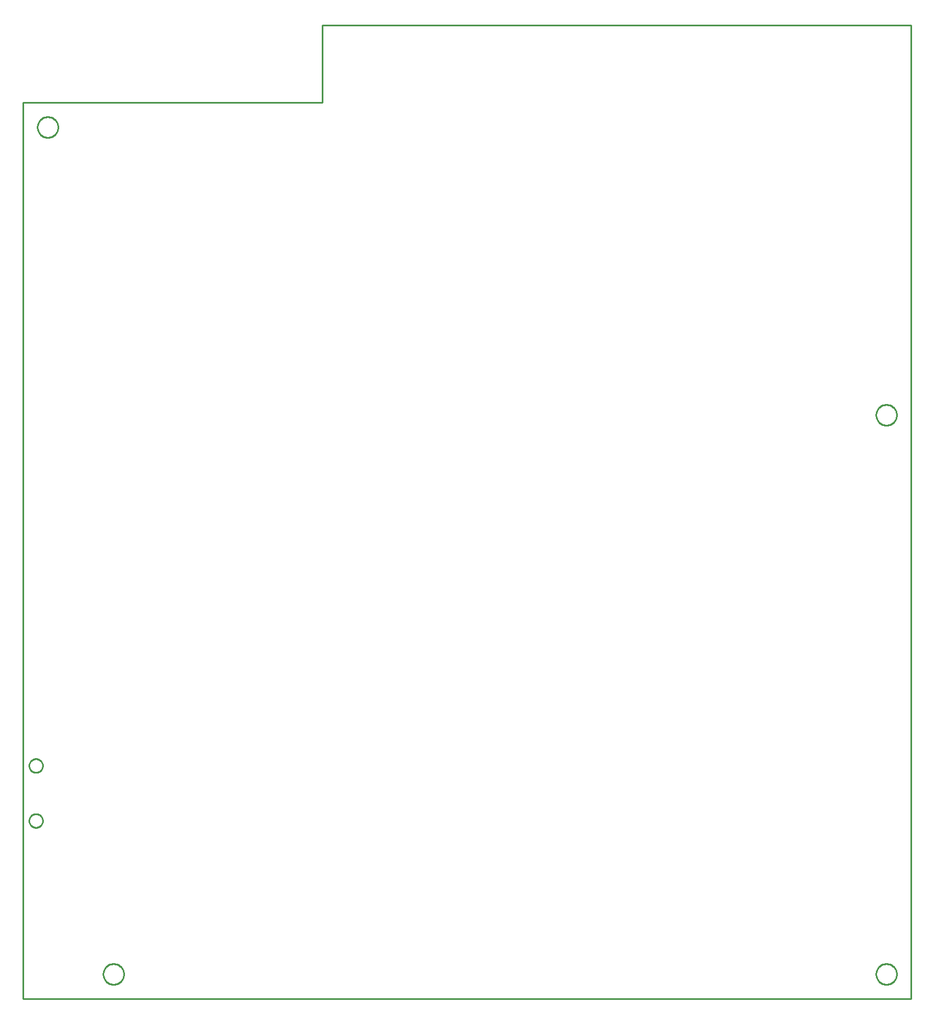
<source format=gko>
G04 EAGLE Gerber RS-274X export*
G75*
%MOMM*%
%FSLAX34Y34*%
%LPD*%
%INBoard Outline*%
%IPPOS*%
%AMOC8*
5,1,8,0,0,1.08239X$1,22.5*%
G01*
%ADD10C,0.000000*%
%ADD11C,0.254000*%


D10*
X139700Y-584200D02*
X1511300Y-584200D01*
X1511300Y919480D01*
X601980Y919480D01*
X601980Y800100D01*
X139700Y800100D01*
X139700Y-584200D01*
X1457325Y-546100D02*
X1457330Y-545710D01*
X1457344Y-545321D01*
X1457368Y-544932D01*
X1457401Y-544544D01*
X1457444Y-544157D01*
X1457497Y-543771D01*
X1457559Y-543386D01*
X1457630Y-543003D01*
X1457711Y-542622D01*
X1457801Y-542243D01*
X1457900Y-541866D01*
X1458009Y-541492D01*
X1458126Y-541120D01*
X1458253Y-540752D01*
X1458389Y-540387D01*
X1458533Y-540025D01*
X1458687Y-539667D01*
X1458849Y-539313D01*
X1459020Y-538962D01*
X1459199Y-538617D01*
X1459387Y-538275D01*
X1459584Y-537939D01*
X1459788Y-537607D01*
X1460000Y-537280D01*
X1460221Y-536959D01*
X1460449Y-536643D01*
X1460685Y-536333D01*
X1460928Y-536029D01*
X1461179Y-535731D01*
X1461437Y-535439D01*
X1461703Y-535154D01*
X1461975Y-534875D01*
X1462254Y-534603D01*
X1462539Y-534337D01*
X1462831Y-534079D01*
X1463129Y-533828D01*
X1463433Y-533585D01*
X1463743Y-533349D01*
X1464059Y-533121D01*
X1464380Y-532900D01*
X1464707Y-532688D01*
X1465039Y-532484D01*
X1465375Y-532287D01*
X1465717Y-532099D01*
X1466062Y-531920D01*
X1466413Y-531749D01*
X1466767Y-531587D01*
X1467125Y-531433D01*
X1467487Y-531289D01*
X1467852Y-531153D01*
X1468220Y-531026D01*
X1468592Y-530909D01*
X1468966Y-530800D01*
X1469343Y-530701D01*
X1469722Y-530611D01*
X1470103Y-530530D01*
X1470486Y-530459D01*
X1470871Y-530397D01*
X1471257Y-530344D01*
X1471644Y-530301D01*
X1472032Y-530268D01*
X1472421Y-530244D01*
X1472810Y-530230D01*
X1473200Y-530225D01*
X1473590Y-530230D01*
X1473979Y-530244D01*
X1474368Y-530268D01*
X1474756Y-530301D01*
X1475143Y-530344D01*
X1475529Y-530397D01*
X1475914Y-530459D01*
X1476297Y-530530D01*
X1476678Y-530611D01*
X1477057Y-530701D01*
X1477434Y-530800D01*
X1477808Y-530909D01*
X1478180Y-531026D01*
X1478548Y-531153D01*
X1478913Y-531289D01*
X1479275Y-531433D01*
X1479633Y-531587D01*
X1479987Y-531749D01*
X1480338Y-531920D01*
X1480683Y-532099D01*
X1481025Y-532287D01*
X1481361Y-532484D01*
X1481693Y-532688D01*
X1482020Y-532900D01*
X1482341Y-533121D01*
X1482657Y-533349D01*
X1482967Y-533585D01*
X1483271Y-533828D01*
X1483569Y-534079D01*
X1483861Y-534337D01*
X1484146Y-534603D01*
X1484425Y-534875D01*
X1484697Y-535154D01*
X1484963Y-535439D01*
X1485221Y-535731D01*
X1485472Y-536029D01*
X1485715Y-536333D01*
X1485951Y-536643D01*
X1486179Y-536959D01*
X1486400Y-537280D01*
X1486612Y-537607D01*
X1486816Y-537939D01*
X1487013Y-538275D01*
X1487201Y-538617D01*
X1487380Y-538962D01*
X1487551Y-539313D01*
X1487713Y-539667D01*
X1487867Y-540025D01*
X1488011Y-540387D01*
X1488147Y-540752D01*
X1488274Y-541120D01*
X1488391Y-541492D01*
X1488500Y-541866D01*
X1488599Y-542243D01*
X1488689Y-542622D01*
X1488770Y-543003D01*
X1488841Y-543386D01*
X1488903Y-543771D01*
X1488956Y-544157D01*
X1488999Y-544544D01*
X1489032Y-544932D01*
X1489056Y-545321D01*
X1489070Y-545710D01*
X1489075Y-546100D01*
X1489070Y-546490D01*
X1489056Y-546879D01*
X1489032Y-547268D01*
X1488999Y-547656D01*
X1488956Y-548043D01*
X1488903Y-548429D01*
X1488841Y-548814D01*
X1488770Y-549197D01*
X1488689Y-549578D01*
X1488599Y-549957D01*
X1488500Y-550334D01*
X1488391Y-550708D01*
X1488274Y-551080D01*
X1488147Y-551448D01*
X1488011Y-551813D01*
X1487867Y-552175D01*
X1487713Y-552533D01*
X1487551Y-552887D01*
X1487380Y-553238D01*
X1487201Y-553583D01*
X1487013Y-553925D01*
X1486816Y-554261D01*
X1486612Y-554593D01*
X1486400Y-554920D01*
X1486179Y-555241D01*
X1485951Y-555557D01*
X1485715Y-555867D01*
X1485472Y-556171D01*
X1485221Y-556469D01*
X1484963Y-556761D01*
X1484697Y-557046D01*
X1484425Y-557325D01*
X1484146Y-557597D01*
X1483861Y-557863D01*
X1483569Y-558121D01*
X1483271Y-558372D01*
X1482967Y-558615D01*
X1482657Y-558851D01*
X1482341Y-559079D01*
X1482020Y-559300D01*
X1481693Y-559512D01*
X1481361Y-559716D01*
X1481025Y-559913D01*
X1480683Y-560101D01*
X1480338Y-560280D01*
X1479987Y-560451D01*
X1479633Y-560613D01*
X1479275Y-560767D01*
X1478913Y-560911D01*
X1478548Y-561047D01*
X1478180Y-561174D01*
X1477808Y-561291D01*
X1477434Y-561400D01*
X1477057Y-561499D01*
X1476678Y-561589D01*
X1476297Y-561670D01*
X1475914Y-561741D01*
X1475529Y-561803D01*
X1475143Y-561856D01*
X1474756Y-561899D01*
X1474368Y-561932D01*
X1473979Y-561956D01*
X1473590Y-561970D01*
X1473200Y-561975D01*
X1472810Y-561970D01*
X1472421Y-561956D01*
X1472032Y-561932D01*
X1471644Y-561899D01*
X1471257Y-561856D01*
X1470871Y-561803D01*
X1470486Y-561741D01*
X1470103Y-561670D01*
X1469722Y-561589D01*
X1469343Y-561499D01*
X1468966Y-561400D01*
X1468592Y-561291D01*
X1468220Y-561174D01*
X1467852Y-561047D01*
X1467487Y-560911D01*
X1467125Y-560767D01*
X1466767Y-560613D01*
X1466413Y-560451D01*
X1466062Y-560280D01*
X1465717Y-560101D01*
X1465375Y-559913D01*
X1465039Y-559716D01*
X1464707Y-559512D01*
X1464380Y-559300D01*
X1464059Y-559079D01*
X1463743Y-558851D01*
X1463433Y-558615D01*
X1463129Y-558372D01*
X1462831Y-558121D01*
X1462539Y-557863D01*
X1462254Y-557597D01*
X1461975Y-557325D01*
X1461703Y-557046D01*
X1461437Y-556761D01*
X1461179Y-556469D01*
X1460928Y-556171D01*
X1460685Y-555867D01*
X1460449Y-555557D01*
X1460221Y-555241D01*
X1460000Y-554920D01*
X1459788Y-554593D01*
X1459584Y-554261D01*
X1459387Y-553925D01*
X1459199Y-553583D01*
X1459020Y-553238D01*
X1458849Y-552887D01*
X1458687Y-552533D01*
X1458533Y-552175D01*
X1458389Y-551813D01*
X1458253Y-551448D01*
X1458126Y-551080D01*
X1458009Y-550708D01*
X1457900Y-550334D01*
X1457801Y-549957D01*
X1457711Y-549578D01*
X1457630Y-549197D01*
X1457559Y-548814D01*
X1457497Y-548429D01*
X1457444Y-548043D01*
X1457401Y-547656D01*
X1457368Y-547268D01*
X1457344Y-546879D01*
X1457330Y-546490D01*
X1457325Y-546100D01*
X1457325Y317500D02*
X1457330Y317890D01*
X1457344Y318279D01*
X1457368Y318668D01*
X1457401Y319056D01*
X1457444Y319443D01*
X1457497Y319829D01*
X1457559Y320214D01*
X1457630Y320597D01*
X1457711Y320978D01*
X1457801Y321357D01*
X1457900Y321734D01*
X1458009Y322108D01*
X1458126Y322480D01*
X1458253Y322848D01*
X1458389Y323213D01*
X1458533Y323575D01*
X1458687Y323933D01*
X1458849Y324287D01*
X1459020Y324638D01*
X1459199Y324983D01*
X1459387Y325325D01*
X1459584Y325661D01*
X1459788Y325993D01*
X1460000Y326320D01*
X1460221Y326641D01*
X1460449Y326957D01*
X1460685Y327267D01*
X1460928Y327571D01*
X1461179Y327869D01*
X1461437Y328161D01*
X1461703Y328446D01*
X1461975Y328725D01*
X1462254Y328997D01*
X1462539Y329263D01*
X1462831Y329521D01*
X1463129Y329772D01*
X1463433Y330015D01*
X1463743Y330251D01*
X1464059Y330479D01*
X1464380Y330700D01*
X1464707Y330912D01*
X1465039Y331116D01*
X1465375Y331313D01*
X1465717Y331501D01*
X1466062Y331680D01*
X1466413Y331851D01*
X1466767Y332013D01*
X1467125Y332167D01*
X1467487Y332311D01*
X1467852Y332447D01*
X1468220Y332574D01*
X1468592Y332691D01*
X1468966Y332800D01*
X1469343Y332899D01*
X1469722Y332989D01*
X1470103Y333070D01*
X1470486Y333141D01*
X1470871Y333203D01*
X1471257Y333256D01*
X1471644Y333299D01*
X1472032Y333332D01*
X1472421Y333356D01*
X1472810Y333370D01*
X1473200Y333375D01*
X1473590Y333370D01*
X1473979Y333356D01*
X1474368Y333332D01*
X1474756Y333299D01*
X1475143Y333256D01*
X1475529Y333203D01*
X1475914Y333141D01*
X1476297Y333070D01*
X1476678Y332989D01*
X1477057Y332899D01*
X1477434Y332800D01*
X1477808Y332691D01*
X1478180Y332574D01*
X1478548Y332447D01*
X1478913Y332311D01*
X1479275Y332167D01*
X1479633Y332013D01*
X1479987Y331851D01*
X1480338Y331680D01*
X1480683Y331501D01*
X1481025Y331313D01*
X1481361Y331116D01*
X1481693Y330912D01*
X1482020Y330700D01*
X1482341Y330479D01*
X1482657Y330251D01*
X1482967Y330015D01*
X1483271Y329772D01*
X1483569Y329521D01*
X1483861Y329263D01*
X1484146Y328997D01*
X1484425Y328725D01*
X1484697Y328446D01*
X1484963Y328161D01*
X1485221Y327869D01*
X1485472Y327571D01*
X1485715Y327267D01*
X1485951Y326957D01*
X1486179Y326641D01*
X1486400Y326320D01*
X1486612Y325993D01*
X1486816Y325661D01*
X1487013Y325325D01*
X1487201Y324983D01*
X1487380Y324638D01*
X1487551Y324287D01*
X1487713Y323933D01*
X1487867Y323575D01*
X1488011Y323213D01*
X1488147Y322848D01*
X1488274Y322480D01*
X1488391Y322108D01*
X1488500Y321734D01*
X1488599Y321357D01*
X1488689Y320978D01*
X1488770Y320597D01*
X1488841Y320214D01*
X1488903Y319829D01*
X1488956Y319443D01*
X1488999Y319056D01*
X1489032Y318668D01*
X1489056Y318279D01*
X1489070Y317890D01*
X1489075Y317500D01*
X1489070Y317110D01*
X1489056Y316721D01*
X1489032Y316332D01*
X1488999Y315944D01*
X1488956Y315557D01*
X1488903Y315171D01*
X1488841Y314786D01*
X1488770Y314403D01*
X1488689Y314022D01*
X1488599Y313643D01*
X1488500Y313266D01*
X1488391Y312892D01*
X1488274Y312520D01*
X1488147Y312152D01*
X1488011Y311787D01*
X1487867Y311425D01*
X1487713Y311067D01*
X1487551Y310713D01*
X1487380Y310362D01*
X1487201Y310017D01*
X1487013Y309675D01*
X1486816Y309339D01*
X1486612Y309007D01*
X1486400Y308680D01*
X1486179Y308359D01*
X1485951Y308043D01*
X1485715Y307733D01*
X1485472Y307429D01*
X1485221Y307131D01*
X1484963Y306839D01*
X1484697Y306554D01*
X1484425Y306275D01*
X1484146Y306003D01*
X1483861Y305737D01*
X1483569Y305479D01*
X1483271Y305228D01*
X1482967Y304985D01*
X1482657Y304749D01*
X1482341Y304521D01*
X1482020Y304300D01*
X1481693Y304088D01*
X1481361Y303884D01*
X1481025Y303687D01*
X1480683Y303499D01*
X1480338Y303320D01*
X1479987Y303149D01*
X1479633Y302987D01*
X1479275Y302833D01*
X1478913Y302689D01*
X1478548Y302553D01*
X1478180Y302426D01*
X1477808Y302309D01*
X1477434Y302200D01*
X1477057Y302101D01*
X1476678Y302011D01*
X1476297Y301930D01*
X1475914Y301859D01*
X1475529Y301797D01*
X1475143Y301744D01*
X1474756Y301701D01*
X1474368Y301668D01*
X1473979Y301644D01*
X1473590Y301630D01*
X1473200Y301625D01*
X1472810Y301630D01*
X1472421Y301644D01*
X1472032Y301668D01*
X1471644Y301701D01*
X1471257Y301744D01*
X1470871Y301797D01*
X1470486Y301859D01*
X1470103Y301930D01*
X1469722Y302011D01*
X1469343Y302101D01*
X1468966Y302200D01*
X1468592Y302309D01*
X1468220Y302426D01*
X1467852Y302553D01*
X1467487Y302689D01*
X1467125Y302833D01*
X1466767Y302987D01*
X1466413Y303149D01*
X1466062Y303320D01*
X1465717Y303499D01*
X1465375Y303687D01*
X1465039Y303884D01*
X1464707Y304088D01*
X1464380Y304300D01*
X1464059Y304521D01*
X1463743Y304749D01*
X1463433Y304985D01*
X1463129Y305228D01*
X1462831Y305479D01*
X1462539Y305737D01*
X1462254Y306003D01*
X1461975Y306275D01*
X1461703Y306554D01*
X1461437Y306839D01*
X1461179Y307131D01*
X1460928Y307429D01*
X1460685Y307733D01*
X1460449Y308043D01*
X1460221Y308359D01*
X1460000Y308680D01*
X1459788Y309007D01*
X1459584Y309339D01*
X1459387Y309675D01*
X1459199Y310017D01*
X1459020Y310362D01*
X1458849Y310713D01*
X1458687Y311067D01*
X1458533Y311425D01*
X1458389Y311787D01*
X1458253Y312152D01*
X1458126Y312520D01*
X1458009Y312892D01*
X1457900Y313266D01*
X1457801Y313643D01*
X1457711Y314022D01*
X1457630Y314403D01*
X1457559Y314786D01*
X1457497Y315171D01*
X1457444Y315557D01*
X1457401Y315944D01*
X1457368Y316332D01*
X1457344Y316721D01*
X1457330Y317110D01*
X1457325Y317500D01*
X263525Y-546100D02*
X263530Y-545710D01*
X263544Y-545321D01*
X263568Y-544932D01*
X263601Y-544544D01*
X263644Y-544157D01*
X263697Y-543771D01*
X263759Y-543386D01*
X263830Y-543003D01*
X263911Y-542622D01*
X264001Y-542243D01*
X264100Y-541866D01*
X264209Y-541492D01*
X264326Y-541120D01*
X264453Y-540752D01*
X264589Y-540387D01*
X264733Y-540025D01*
X264887Y-539667D01*
X265049Y-539313D01*
X265220Y-538962D01*
X265399Y-538617D01*
X265587Y-538275D01*
X265784Y-537939D01*
X265988Y-537607D01*
X266200Y-537280D01*
X266421Y-536959D01*
X266649Y-536643D01*
X266885Y-536333D01*
X267128Y-536029D01*
X267379Y-535731D01*
X267637Y-535439D01*
X267903Y-535154D01*
X268175Y-534875D01*
X268454Y-534603D01*
X268739Y-534337D01*
X269031Y-534079D01*
X269329Y-533828D01*
X269633Y-533585D01*
X269943Y-533349D01*
X270259Y-533121D01*
X270580Y-532900D01*
X270907Y-532688D01*
X271239Y-532484D01*
X271575Y-532287D01*
X271917Y-532099D01*
X272262Y-531920D01*
X272613Y-531749D01*
X272967Y-531587D01*
X273325Y-531433D01*
X273687Y-531289D01*
X274052Y-531153D01*
X274420Y-531026D01*
X274792Y-530909D01*
X275166Y-530800D01*
X275543Y-530701D01*
X275922Y-530611D01*
X276303Y-530530D01*
X276686Y-530459D01*
X277071Y-530397D01*
X277457Y-530344D01*
X277844Y-530301D01*
X278232Y-530268D01*
X278621Y-530244D01*
X279010Y-530230D01*
X279400Y-530225D01*
X279790Y-530230D01*
X280179Y-530244D01*
X280568Y-530268D01*
X280956Y-530301D01*
X281343Y-530344D01*
X281729Y-530397D01*
X282114Y-530459D01*
X282497Y-530530D01*
X282878Y-530611D01*
X283257Y-530701D01*
X283634Y-530800D01*
X284008Y-530909D01*
X284380Y-531026D01*
X284748Y-531153D01*
X285113Y-531289D01*
X285475Y-531433D01*
X285833Y-531587D01*
X286187Y-531749D01*
X286538Y-531920D01*
X286883Y-532099D01*
X287225Y-532287D01*
X287561Y-532484D01*
X287893Y-532688D01*
X288220Y-532900D01*
X288541Y-533121D01*
X288857Y-533349D01*
X289167Y-533585D01*
X289471Y-533828D01*
X289769Y-534079D01*
X290061Y-534337D01*
X290346Y-534603D01*
X290625Y-534875D01*
X290897Y-535154D01*
X291163Y-535439D01*
X291421Y-535731D01*
X291672Y-536029D01*
X291915Y-536333D01*
X292151Y-536643D01*
X292379Y-536959D01*
X292600Y-537280D01*
X292812Y-537607D01*
X293016Y-537939D01*
X293213Y-538275D01*
X293401Y-538617D01*
X293580Y-538962D01*
X293751Y-539313D01*
X293913Y-539667D01*
X294067Y-540025D01*
X294211Y-540387D01*
X294347Y-540752D01*
X294474Y-541120D01*
X294591Y-541492D01*
X294700Y-541866D01*
X294799Y-542243D01*
X294889Y-542622D01*
X294970Y-543003D01*
X295041Y-543386D01*
X295103Y-543771D01*
X295156Y-544157D01*
X295199Y-544544D01*
X295232Y-544932D01*
X295256Y-545321D01*
X295270Y-545710D01*
X295275Y-546100D01*
X295270Y-546490D01*
X295256Y-546879D01*
X295232Y-547268D01*
X295199Y-547656D01*
X295156Y-548043D01*
X295103Y-548429D01*
X295041Y-548814D01*
X294970Y-549197D01*
X294889Y-549578D01*
X294799Y-549957D01*
X294700Y-550334D01*
X294591Y-550708D01*
X294474Y-551080D01*
X294347Y-551448D01*
X294211Y-551813D01*
X294067Y-552175D01*
X293913Y-552533D01*
X293751Y-552887D01*
X293580Y-553238D01*
X293401Y-553583D01*
X293213Y-553925D01*
X293016Y-554261D01*
X292812Y-554593D01*
X292600Y-554920D01*
X292379Y-555241D01*
X292151Y-555557D01*
X291915Y-555867D01*
X291672Y-556171D01*
X291421Y-556469D01*
X291163Y-556761D01*
X290897Y-557046D01*
X290625Y-557325D01*
X290346Y-557597D01*
X290061Y-557863D01*
X289769Y-558121D01*
X289471Y-558372D01*
X289167Y-558615D01*
X288857Y-558851D01*
X288541Y-559079D01*
X288220Y-559300D01*
X287893Y-559512D01*
X287561Y-559716D01*
X287225Y-559913D01*
X286883Y-560101D01*
X286538Y-560280D01*
X286187Y-560451D01*
X285833Y-560613D01*
X285475Y-560767D01*
X285113Y-560911D01*
X284748Y-561047D01*
X284380Y-561174D01*
X284008Y-561291D01*
X283634Y-561400D01*
X283257Y-561499D01*
X282878Y-561589D01*
X282497Y-561670D01*
X282114Y-561741D01*
X281729Y-561803D01*
X281343Y-561856D01*
X280956Y-561899D01*
X280568Y-561932D01*
X280179Y-561956D01*
X279790Y-561970D01*
X279400Y-561975D01*
X279010Y-561970D01*
X278621Y-561956D01*
X278232Y-561932D01*
X277844Y-561899D01*
X277457Y-561856D01*
X277071Y-561803D01*
X276686Y-561741D01*
X276303Y-561670D01*
X275922Y-561589D01*
X275543Y-561499D01*
X275166Y-561400D01*
X274792Y-561291D01*
X274420Y-561174D01*
X274052Y-561047D01*
X273687Y-560911D01*
X273325Y-560767D01*
X272967Y-560613D01*
X272613Y-560451D01*
X272262Y-560280D01*
X271917Y-560101D01*
X271575Y-559913D01*
X271239Y-559716D01*
X270907Y-559512D01*
X270580Y-559300D01*
X270259Y-559079D01*
X269943Y-558851D01*
X269633Y-558615D01*
X269329Y-558372D01*
X269031Y-558121D01*
X268739Y-557863D01*
X268454Y-557597D01*
X268175Y-557325D01*
X267903Y-557046D01*
X267637Y-556761D01*
X267379Y-556469D01*
X267128Y-556171D01*
X266885Y-555867D01*
X266649Y-555557D01*
X266421Y-555241D01*
X266200Y-554920D01*
X265988Y-554593D01*
X265784Y-554261D01*
X265587Y-553925D01*
X265399Y-553583D01*
X265220Y-553238D01*
X265049Y-552887D01*
X264887Y-552533D01*
X264733Y-552175D01*
X264589Y-551813D01*
X264453Y-551448D01*
X264326Y-551080D01*
X264209Y-550708D01*
X264100Y-550334D01*
X264001Y-549957D01*
X263911Y-549578D01*
X263830Y-549197D01*
X263759Y-548814D01*
X263697Y-548429D01*
X263644Y-548043D01*
X263601Y-547656D01*
X263568Y-547268D01*
X263544Y-546879D01*
X263530Y-546490D01*
X263525Y-546100D01*
X161925Y762000D02*
X161930Y762390D01*
X161944Y762779D01*
X161968Y763168D01*
X162001Y763556D01*
X162044Y763943D01*
X162097Y764329D01*
X162159Y764714D01*
X162230Y765097D01*
X162311Y765478D01*
X162401Y765857D01*
X162500Y766234D01*
X162609Y766608D01*
X162726Y766980D01*
X162853Y767348D01*
X162989Y767713D01*
X163133Y768075D01*
X163287Y768433D01*
X163449Y768787D01*
X163620Y769138D01*
X163799Y769483D01*
X163987Y769825D01*
X164184Y770161D01*
X164388Y770493D01*
X164600Y770820D01*
X164821Y771141D01*
X165049Y771457D01*
X165285Y771767D01*
X165528Y772071D01*
X165779Y772369D01*
X166037Y772661D01*
X166303Y772946D01*
X166575Y773225D01*
X166854Y773497D01*
X167139Y773763D01*
X167431Y774021D01*
X167729Y774272D01*
X168033Y774515D01*
X168343Y774751D01*
X168659Y774979D01*
X168980Y775200D01*
X169307Y775412D01*
X169639Y775616D01*
X169975Y775813D01*
X170317Y776001D01*
X170662Y776180D01*
X171013Y776351D01*
X171367Y776513D01*
X171725Y776667D01*
X172087Y776811D01*
X172452Y776947D01*
X172820Y777074D01*
X173192Y777191D01*
X173566Y777300D01*
X173943Y777399D01*
X174322Y777489D01*
X174703Y777570D01*
X175086Y777641D01*
X175471Y777703D01*
X175857Y777756D01*
X176244Y777799D01*
X176632Y777832D01*
X177021Y777856D01*
X177410Y777870D01*
X177800Y777875D01*
X178190Y777870D01*
X178579Y777856D01*
X178968Y777832D01*
X179356Y777799D01*
X179743Y777756D01*
X180129Y777703D01*
X180514Y777641D01*
X180897Y777570D01*
X181278Y777489D01*
X181657Y777399D01*
X182034Y777300D01*
X182408Y777191D01*
X182780Y777074D01*
X183148Y776947D01*
X183513Y776811D01*
X183875Y776667D01*
X184233Y776513D01*
X184587Y776351D01*
X184938Y776180D01*
X185283Y776001D01*
X185625Y775813D01*
X185961Y775616D01*
X186293Y775412D01*
X186620Y775200D01*
X186941Y774979D01*
X187257Y774751D01*
X187567Y774515D01*
X187871Y774272D01*
X188169Y774021D01*
X188461Y773763D01*
X188746Y773497D01*
X189025Y773225D01*
X189297Y772946D01*
X189563Y772661D01*
X189821Y772369D01*
X190072Y772071D01*
X190315Y771767D01*
X190551Y771457D01*
X190779Y771141D01*
X191000Y770820D01*
X191212Y770493D01*
X191416Y770161D01*
X191613Y769825D01*
X191801Y769483D01*
X191980Y769138D01*
X192151Y768787D01*
X192313Y768433D01*
X192467Y768075D01*
X192611Y767713D01*
X192747Y767348D01*
X192874Y766980D01*
X192991Y766608D01*
X193100Y766234D01*
X193199Y765857D01*
X193289Y765478D01*
X193370Y765097D01*
X193441Y764714D01*
X193503Y764329D01*
X193556Y763943D01*
X193599Y763556D01*
X193632Y763168D01*
X193656Y762779D01*
X193670Y762390D01*
X193675Y762000D01*
X193670Y761610D01*
X193656Y761221D01*
X193632Y760832D01*
X193599Y760444D01*
X193556Y760057D01*
X193503Y759671D01*
X193441Y759286D01*
X193370Y758903D01*
X193289Y758522D01*
X193199Y758143D01*
X193100Y757766D01*
X192991Y757392D01*
X192874Y757020D01*
X192747Y756652D01*
X192611Y756287D01*
X192467Y755925D01*
X192313Y755567D01*
X192151Y755213D01*
X191980Y754862D01*
X191801Y754517D01*
X191613Y754175D01*
X191416Y753839D01*
X191212Y753507D01*
X191000Y753180D01*
X190779Y752859D01*
X190551Y752543D01*
X190315Y752233D01*
X190072Y751929D01*
X189821Y751631D01*
X189563Y751339D01*
X189297Y751054D01*
X189025Y750775D01*
X188746Y750503D01*
X188461Y750237D01*
X188169Y749979D01*
X187871Y749728D01*
X187567Y749485D01*
X187257Y749249D01*
X186941Y749021D01*
X186620Y748800D01*
X186293Y748588D01*
X185961Y748384D01*
X185625Y748187D01*
X185283Y747999D01*
X184938Y747820D01*
X184587Y747649D01*
X184233Y747487D01*
X183875Y747333D01*
X183513Y747189D01*
X183148Y747053D01*
X182780Y746926D01*
X182408Y746809D01*
X182034Y746700D01*
X181657Y746601D01*
X181278Y746511D01*
X180897Y746430D01*
X180514Y746359D01*
X180129Y746297D01*
X179743Y746244D01*
X179356Y746201D01*
X178968Y746168D01*
X178579Y746144D01*
X178190Y746130D01*
X177800Y746125D01*
X177410Y746130D01*
X177021Y746144D01*
X176632Y746168D01*
X176244Y746201D01*
X175857Y746244D01*
X175471Y746297D01*
X175086Y746359D01*
X174703Y746430D01*
X174322Y746511D01*
X173943Y746601D01*
X173566Y746700D01*
X173192Y746809D01*
X172820Y746926D01*
X172452Y747053D01*
X172087Y747189D01*
X171725Y747333D01*
X171367Y747487D01*
X171013Y747649D01*
X170662Y747820D01*
X170317Y747999D01*
X169975Y748187D01*
X169639Y748384D01*
X169307Y748588D01*
X168980Y748800D01*
X168659Y749021D01*
X168343Y749249D01*
X168033Y749485D01*
X167729Y749728D01*
X167431Y749979D01*
X167139Y750237D01*
X166854Y750503D01*
X166575Y750775D01*
X166303Y751054D01*
X166037Y751339D01*
X165779Y751631D01*
X165528Y751929D01*
X165285Y752233D01*
X165049Y752543D01*
X164821Y752859D01*
X164600Y753180D01*
X164388Y753507D01*
X164184Y753839D01*
X163987Y754175D01*
X163799Y754517D01*
X163620Y754862D01*
X163449Y755213D01*
X163287Y755567D01*
X163133Y755925D01*
X162989Y756287D01*
X162853Y756652D01*
X162726Y757020D01*
X162609Y757392D01*
X162500Y757766D01*
X162401Y758143D01*
X162311Y758522D01*
X162230Y758903D01*
X162159Y759286D01*
X162097Y759671D01*
X162044Y760057D01*
X162001Y760444D01*
X161968Y760832D01*
X161944Y761221D01*
X161930Y761610D01*
X161925Y762000D01*
X149000Y-224200D02*
X149003Y-223942D01*
X149013Y-223685D01*
X149028Y-223428D01*
X149051Y-223171D01*
X149079Y-222915D01*
X149114Y-222659D01*
X149155Y-222405D01*
X149202Y-222152D01*
X149255Y-221899D01*
X149315Y-221649D01*
X149380Y-221400D01*
X149452Y-221152D01*
X149530Y-220906D01*
X149614Y-220663D01*
X149704Y-220421D01*
X149799Y-220182D01*
X149901Y-219945D01*
X150008Y-219711D01*
X150121Y-219479D01*
X150240Y-219250D01*
X150364Y-219025D01*
X150494Y-218802D01*
X150629Y-218583D01*
X150770Y-218367D01*
X150915Y-218154D01*
X151066Y-217945D01*
X151222Y-217740D01*
X151383Y-217539D01*
X151549Y-217342D01*
X151720Y-217149D01*
X151895Y-216960D01*
X152075Y-216775D01*
X152260Y-216595D01*
X152449Y-216420D01*
X152642Y-216249D01*
X152839Y-216083D01*
X153040Y-215922D01*
X153245Y-215766D01*
X153454Y-215615D01*
X153667Y-215470D01*
X153883Y-215329D01*
X154102Y-215194D01*
X154325Y-215064D01*
X154550Y-214940D01*
X154779Y-214821D01*
X155011Y-214708D01*
X155245Y-214601D01*
X155482Y-214499D01*
X155721Y-214404D01*
X155963Y-214314D01*
X156206Y-214230D01*
X156452Y-214152D01*
X156700Y-214080D01*
X156949Y-214015D01*
X157199Y-213955D01*
X157452Y-213902D01*
X157705Y-213855D01*
X157959Y-213814D01*
X158215Y-213779D01*
X158471Y-213751D01*
X158728Y-213728D01*
X158985Y-213713D01*
X159242Y-213703D01*
X159500Y-213700D01*
X159758Y-213703D01*
X160015Y-213713D01*
X160272Y-213728D01*
X160529Y-213751D01*
X160785Y-213779D01*
X161041Y-213814D01*
X161295Y-213855D01*
X161548Y-213902D01*
X161801Y-213955D01*
X162051Y-214015D01*
X162300Y-214080D01*
X162548Y-214152D01*
X162794Y-214230D01*
X163037Y-214314D01*
X163279Y-214404D01*
X163518Y-214499D01*
X163755Y-214601D01*
X163989Y-214708D01*
X164221Y-214821D01*
X164450Y-214940D01*
X164675Y-215064D01*
X164898Y-215194D01*
X165117Y-215329D01*
X165333Y-215470D01*
X165546Y-215615D01*
X165755Y-215766D01*
X165960Y-215922D01*
X166161Y-216083D01*
X166358Y-216249D01*
X166551Y-216420D01*
X166740Y-216595D01*
X166925Y-216775D01*
X167105Y-216960D01*
X167280Y-217149D01*
X167451Y-217342D01*
X167617Y-217539D01*
X167778Y-217740D01*
X167934Y-217945D01*
X168085Y-218154D01*
X168230Y-218367D01*
X168371Y-218583D01*
X168506Y-218802D01*
X168636Y-219025D01*
X168760Y-219250D01*
X168879Y-219479D01*
X168992Y-219711D01*
X169099Y-219945D01*
X169201Y-220182D01*
X169296Y-220421D01*
X169386Y-220663D01*
X169470Y-220906D01*
X169548Y-221152D01*
X169620Y-221400D01*
X169685Y-221649D01*
X169745Y-221899D01*
X169798Y-222152D01*
X169845Y-222405D01*
X169886Y-222659D01*
X169921Y-222915D01*
X169949Y-223171D01*
X169972Y-223428D01*
X169987Y-223685D01*
X169997Y-223942D01*
X170000Y-224200D01*
X169997Y-224458D01*
X169987Y-224715D01*
X169972Y-224972D01*
X169949Y-225229D01*
X169921Y-225485D01*
X169886Y-225741D01*
X169845Y-225995D01*
X169798Y-226248D01*
X169745Y-226501D01*
X169685Y-226751D01*
X169620Y-227000D01*
X169548Y-227248D01*
X169470Y-227494D01*
X169386Y-227737D01*
X169296Y-227979D01*
X169201Y-228218D01*
X169099Y-228455D01*
X168992Y-228689D01*
X168879Y-228921D01*
X168760Y-229150D01*
X168636Y-229375D01*
X168506Y-229598D01*
X168371Y-229817D01*
X168230Y-230033D01*
X168085Y-230246D01*
X167934Y-230455D01*
X167778Y-230660D01*
X167617Y-230861D01*
X167451Y-231058D01*
X167280Y-231251D01*
X167105Y-231440D01*
X166925Y-231625D01*
X166740Y-231805D01*
X166551Y-231980D01*
X166358Y-232151D01*
X166161Y-232317D01*
X165960Y-232478D01*
X165755Y-232634D01*
X165546Y-232785D01*
X165333Y-232930D01*
X165117Y-233071D01*
X164898Y-233206D01*
X164675Y-233336D01*
X164450Y-233460D01*
X164221Y-233579D01*
X163989Y-233692D01*
X163755Y-233799D01*
X163518Y-233901D01*
X163279Y-233996D01*
X163037Y-234086D01*
X162794Y-234170D01*
X162548Y-234248D01*
X162300Y-234320D01*
X162051Y-234385D01*
X161801Y-234445D01*
X161548Y-234498D01*
X161295Y-234545D01*
X161041Y-234586D01*
X160785Y-234621D01*
X160529Y-234649D01*
X160272Y-234672D01*
X160015Y-234687D01*
X159758Y-234697D01*
X159500Y-234700D01*
X159242Y-234697D01*
X158985Y-234687D01*
X158728Y-234672D01*
X158471Y-234649D01*
X158215Y-234621D01*
X157959Y-234586D01*
X157705Y-234545D01*
X157452Y-234498D01*
X157199Y-234445D01*
X156949Y-234385D01*
X156700Y-234320D01*
X156452Y-234248D01*
X156206Y-234170D01*
X155963Y-234086D01*
X155721Y-233996D01*
X155482Y-233901D01*
X155245Y-233799D01*
X155011Y-233692D01*
X154779Y-233579D01*
X154550Y-233460D01*
X154325Y-233336D01*
X154102Y-233206D01*
X153883Y-233071D01*
X153667Y-232930D01*
X153454Y-232785D01*
X153245Y-232634D01*
X153040Y-232478D01*
X152839Y-232317D01*
X152642Y-232151D01*
X152449Y-231980D01*
X152260Y-231805D01*
X152075Y-231625D01*
X151895Y-231440D01*
X151720Y-231251D01*
X151549Y-231058D01*
X151383Y-230861D01*
X151222Y-230660D01*
X151066Y-230455D01*
X150915Y-230246D01*
X150770Y-230033D01*
X150629Y-229817D01*
X150494Y-229598D01*
X150364Y-229375D01*
X150240Y-229150D01*
X150121Y-228921D01*
X150008Y-228689D01*
X149901Y-228455D01*
X149799Y-228218D01*
X149704Y-227979D01*
X149614Y-227737D01*
X149530Y-227494D01*
X149452Y-227248D01*
X149380Y-227000D01*
X149315Y-226751D01*
X149255Y-226501D01*
X149202Y-226248D01*
X149155Y-225995D01*
X149114Y-225741D01*
X149079Y-225485D01*
X149051Y-225229D01*
X149028Y-224972D01*
X149013Y-224715D01*
X149003Y-224458D01*
X149000Y-224200D01*
X149000Y-309200D02*
X149003Y-308942D01*
X149013Y-308685D01*
X149028Y-308428D01*
X149051Y-308171D01*
X149079Y-307915D01*
X149114Y-307659D01*
X149155Y-307405D01*
X149202Y-307152D01*
X149255Y-306899D01*
X149315Y-306649D01*
X149380Y-306400D01*
X149452Y-306152D01*
X149530Y-305906D01*
X149614Y-305663D01*
X149704Y-305421D01*
X149799Y-305182D01*
X149901Y-304945D01*
X150008Y-304711D01*
X150121Y-304479D01*
X150240Y-304250D01*
X150364Y-304025D01*
X150494Y-303802D01*
X150629Y-303583D01*
X150770Y-303367D01*
X150915Y-303154D01*
X151066Y-302945D01*
X151222Y-302740D01*
X151383Y-302539D01*
X151549Y-302342D01*
X151720Y-302149D01*
X151895Y-301960D01*
X152075Y-301775D01*
X152260Y-301595D01*
X152449Y-301420D01*
X152642Y-301249D01*
X152839Y-301083D01*
X153040Y-300922D01*
X153245Y-300766D01*
X153454Y-300615D01*
X153667Y-300470D01*
X153883Y-300329D01*
X154102Y-300194D01*
X154325Y-300064D01*
X154550Y-299940D01*
X154779Y-299821D01*
X155011Y-299708D01*
X155245Y-299601D01*
X155482Y-299499D01*
X155721Y-299404D01*
X155963Y-299314D01*
X156206Y-299230D01*
X156452Y-299152D01*
X156700Y-299080D01*
X156949Y-299015D01*
X157199Y-298955D01*
X157452Y-298902D01*
X157705Y-298855D01*
X157959Y-298814D01*
X158215Y-298779D01*
X158471Y-298751D01*
X158728Y-298728D01*
X158985Y-298713D01*
X159242Y-298703D01*
X159500Y-298700D01*
X159758Y-298703D01*
X160015Y-298713D01*
X160272Y-298728D01*
X160529Y-298751D01*
X160785Y-298779D01*
X161041Y-298814D01*
X161295Y-298855D01*
X161548Y-298902D01*
X161801Y-298955D01*
X162051Y-299015D01*
X162300Y-299080D01*
X162548Y-299152D01*
X162794Y-299230D01*
X163037Y-299314D01*
X163279Y-299404D01*
X163518Y-299499D01*
X163755Y-299601D01*
X163989Y-299708D01*
X164221Y-299821D01*
X164450Y-299940D01*
X164675Y-300064D01*
X164898Y-300194D01*
X165117Y-300329D01*
X165333Y-300470D01*
X165546Y-300615D01*
X165755Y-300766D01*
X165960Y-300922D01*
X166161Y-301083D01*
X166358Y-301249D01*
X166551Y-301420D01*
X166740Y-301595D01*
X166925Y-301775D01*
X167105Y-301960D01*
X167280Y-302149D01*
X167451Y-302342D01*
X167617Y-302539D01*
X167778Y-302740D01*
X167934Y-302945D01*
X168085Y-303154D01*
X168230Y-303367D01*
X168371Y-303583D01*
X168506Y-303802D01*
X168636Y-304025D01*
X168760Y-304250D01*
X168879Y-304479D01*
X168992Y-304711D01*
X169099Y-304945D01*
X169201Y-305182D01*
X169296Y-305421D01*
X169386Y-305663D01*
X169470Y-305906D01*
X169548Y-306152D01*
X169620Y-306400D01*
X169685Y-306649D01*
X169745Y-306899D01*
X169798Y-307152D01*
X169845Y-307405D01*
X169886Y-307659D01*
X169921Y-307915D01*
X169949Y-308171D01*
X169972Y-308428D01*
X169987Y-308685D01*
X169997Y-308942D01*
X170000Y-309200D01*
X169997Y-309458D01*
X169987Y-309715D01*
X169972Y-309972D01*
X169949Y-310229D01*
X169921Y-310485D01*
X169886Y-310741D01*
X169845Y-310995D01*
X169798Y-311248D01*
X169745Y-311501D01*
X169685Y-311751D01*
X169620Y-312000D01*
X169548Y-312248D01*
X169470Y-312494D01*
X169386Y-312737D01*
X169296Y-312979D01*
X169201Y-313218D01*
X169099Y-313455D01*
X168992Y-313689D01*
X168879Y-313921D01*
X168760Y-314150D01*
X168636Y-314375D01*
X168506Y-314598D01*
X168371Y-314817D01*
X168230Y-315033D01*
X168085Y-315246D01*
X167934Y-315455D01*
X167778Y-315660D01*
X167617Y-315861D01*
X167451Y-316058D01*
X167280Y-316251D01*
X167105Y-316440D01*
X166925Y-316625D01*
X166740Y-316805D01*
X166551Y-316980D01*
X166358Y-317151D01*
X166161Y-317317D01*
X165960Y-317478D01*
X165755Y-317634D01*
X165546Y-317785D01*
X165333Y-317930D01*
X165117Y-318071D01*
X164898Y-318206D01*
X164675Y-318336D01*
X164450Y-318460D01*
X164221Y-318579D01*
X163989Y-318692D01*
X163755Y-318799D01*
X163518Y-318901D01*
X163279Y-318996D01*
X163037Y-319086D01*
X162794Y-319170D01*
X162548Y-319248D01*
X162300Y-319320D01*
X162051Y-319385D01*
X161801Y-319445D01*
X161548Y-319498D01*
X161295Y-319545D01*
X161041Y-319586D01*
X160785Y-319621D01*
X160529Y-319649D01*
X160272Y-319672D01*
X160015Y-319687D01*
X159758Y-319697D01*
X159500Y-319700D01*
X159242Y-319697D01*
X158985Y-319687D01*
X158728Y-319672D01*
X158471Y-319649D01*
X158215Y-319621D01*
X157959Y-319586D01*
X157705Y-319545D01*
X157452Y-319498D01*
X157199Y-319445D01*
X156949Y-319385D01*
X156700Y-319320D01*
X156452Y-319248D01*
X156206Y-319170D01*
X155963Y-319086D01*
X155721Y-318996D01*
X155482Y-318901D01*
X155245Y-318799D01*
X155011Y-318692D01*
X154779Y-318579D01*
X154550Y-318460D01*
X154325Y-318336D01*
X154102Y-318206D01*
X153883Y-318071D01*
X153667Y-317930D01*
X153454Y-317785D01*
X153245Y-317634D01*
X153040Y-317478D01*
X152839Y-317317D01*
X152642Y-317151D01*
X152449Y-316980D01*
X152260Y-316805D01*
X152075Y-316625D01*
X151895Y-316440D01*
X151720Y-316251D01*
X151549Y-316058D01*
X151383Y-315861D01*
X151222Y-315660D01*
X151066Y-315455D01*
X150915Y-315246D01*
X150770Y-315033D01*
X150629Y-314817D01*
X150494Y-314598D01*
X150364Y-314375D01*
X150240Y-314150D01*
X150121Y-313921D01*
X150008Y-313689D01*
X149901Y-313455D01*
X149799Y-313218D01*
X149704Y-312979D01*
X149614Y-312737D01*
X149530Y-312494D01*
X149452Y-312248D01*
X149380Y-312000D01*
X149315Y-311751D01*
X149255Y-311501D01*
X149202Y-311248D01*
X149155Y-310995D01*
X149114Y-310741D01*
X149079Y-310485D01*
X149051Y-310229D01*
X149028Y-309972D01*
X149013Y-309715D01*
X149003Y-309458D01*
X149000Y-309200D01*
D11*
X139700Y-584200D02*
X1511300Y-584200D01*
X1511300Y919480D01*
X601980Y919480D01*
X601980Y800100D01*
X139700Y800100D01*
X139700Y-584200D01*
X1489075Y-546620D02*
X1489007Y-547657D01*
X1488871Y-548687D01*
X1488669Y-549707D01*
X1488400Y-550711D01*
X1488065Y-551695D01*
X1487668Y-552655D01*
X1487208Y-553587D01*
X1486688Y-554488D01*
X1486111Y-555352D01*
X1485478Y-556176D01*
X1484793Y-556958D01*
X1484058Y-557693D01*
X1483276Y-558378D01*
X1482452Y-559011D01*
X1481588Y-559588D01*
X1480687Y-560108D01*
X1479755Y-560568D01*
X1478795Y-560965D01*
X1477811Y-561300D01*
X1476807Y-561569D01*
X1475787Y-561771D01*
X1474757Y-561907D01*
X1473720Y-561975D01*
X1472680Y-561975D01*
X1471643Y-561907D01*
X1470613Y-561771D01*
X1469593Y-561569D01*
X1468589Y-561300D01*
X1467605Y-560965D01*
X1466645Y-560568D01*
X1465713Y-560108D01*
X1464812Y-559588D01*
X1463948Y-559011D01*
X1463124Y-558378D01*
X1462342Y-557693D01*
X1461607Y-556958D01*
X1460922Y-556176D01*
X1460289Y-555352D01*
X1459712Y-554488D01*
X1459192Y-553587D01*
X1458732Y-552655D01*
X1458335Y-551695D01*
X1458000Y-550711D01*
X1457731Y-549707D01*
X1457529Y-548687D01*
X1457393Y-547657D01*
X1457325Y-546620D01*
X1457325Y-545580D01*
X1457393Y-544543D01*
X1457529Y-543513D01*
X1457731Y-542493D01*
X1458000Y-541489D01*
X1458335Y-540505D01*
X1458732Y-539545D01*
X1459192Y-538613D01*
X1459712Y-537712D01*
X1460289Y-536848D01*
X1460922Y-536024D01*
X1461607Y-535242D01*
X1462342Y-534507D01*
X1463124Y-533822D01*
X1463948Y-533189D01*
X1464812Y-532612D01*
X1465713Y-532092D01*
X1466645Y-531632D01*
X1467605Y-531235D01*
X1468589Y-530900D01*
X1469593Y-530631D01*
X1470613Y-530429D01*
X1471643Y-530293D01*
X1472680Y-530225D01*
X1473720Y-530225D01*
X1474757Y-530293D01*
X1475787Y-530429D01*
X1476807Y-530631D01*
X1477811Y-530900D01*
X1478795Y-531235D01*
X1479755Y-531632D01*
X1480687Y-532092D01*
X1481588Y-532612D01*
X1482452Y-533189D01*
X1483276Y-533822D01*
X1484058Y-534507D01*
X1484793Y-535242D01*
X1485478Y-536024D01*
X1486111Y-536848D01*
X1486688Y-537712D01*
X1487208Y-538613D01*
X1487668Y-539545D01*
X1488065Y-540505D01*
X1488400Y-541489D01*
X1488669Y-542493D01*
X1488871Y-543513D01*
X1489007Y-544543D01*
X1489075Y-545580D01*
X1489075Y-546620D01*
X1489075Y316980D02*
X1489007Y315943D01*
X1488871Y314913D01*
X1488669Y313893D01*
X1488400Y312889D01*
X1488065Y311905D01*
X1487668Y310945D01*
X1487208Y310013D01*
X1486688Y309112D01*
X1486111Y308248D01*
X1485478Y307424D01*
X1484793Y306642D01*
X1484058Y305907D01*
X1483276Y305222D01*
X1482452Y304589D01*
X1481588Y304012D01*
X1480687Y303492D01*
X1479755Y303032D01*
X1478795Y302635D01*
X1477811Y302300D01*
X1476807Y302031D01*
X1475787Y301829D01*
X1474757Y301693D01*
X1473720Y301625D01*
X1472680Y301625D01*
X1471643Y301693D01*
X1470613Y301829D01*
X1469593Y302031D01*
X1468589Y302300D01*
X1467605Y302635D01*
X1466645Y303032D01*
X1465713Y303492D01*
X1464812Y304012D01*
X1463948Y304589D01*
X1463124Y305222D01*
X1462342Y305907D01*
X1461607Y306642D01*
X1460922Y307424D01*
X1460289Y308248D01*
X1459712Y309112D01*
X1459192Y310013D01*
X1458732Y310945D01*
X1458335Y311905D01*
X1458000Y312889D01*
X1457731Y313893D01*
X1457529Y314913D01*
X1457393Y315943D01*
X1457325Y316980D01*
X1457325Y318020D01*
X1457393Y319057D01*
X1457529Y320087D01*
X1457731Y321107D01*
X1458000Y322111D01*
X1458335Y323095D01*
X1458732Y324055D01*
X1459192Y324987D01*
X1459712Y325888D01*
X1460289Y326752D01*
X1460922Y327576D01*
X1461607Y328358D01*
X1462342Y329093D01*
X1463124Y329778D01*
X1463948Y330411D01*
X1464812Y330988D01*
X1465713Y331508D01*
X1466645Y331968D01*
X1467605Y332365D01*
X1468589Y332700D01*
X1469593Y332969D01*
X1470613Y333171D01*
X1471643Y333307D01*
X1472680Y333375D01*
X1473720Y333375D01*
X1474757Y333307D01*
X1475787Y333171D01*
X1476807Y332969D01*
X1477811Y332700D01*
X1478795Y332365D01*
X1479755Y331968D01*
X1480687Y331508D01*
X1481588Y330988D01*
X1482452Y330411D01*
X1483276Y329778D01*
X1484058Y329093D01*
X1484793Y328358D01*
X1485478Y327576D01*
X1486111Y326752D01*
X1486688Y325888D01*
X1487208Y324987D01*
X1487668Y324055D01*
X1488065Y323095D01*
X1488400Y322111D01*
X1488669Y321107D01*
X1488871Y320087D01*
X1489007Y319057D01*
X1489075Y318020D01*
X1489075Y316980D01*
X295275Y-546620D02*
X295207Y-547657D01*
X295071Y-548687D01*
X294869Y-549707D01*
X294600Y-550711D01*
X294265Y-551695D01*
X293868Y-552655D01*
X293408Y-553587D01*
X292888Y-554488D01*
X292311Y-555352D01*
X291678Y-556176D01*
X290993Y-556958D01*
X290258Y-557693D01*
X289476Y-558378D01*
X288652Y-559011D01*
X287788Y-559588D01*
X286887Y-560108D01*
X285955Y-560568D01*
X284995Y-560965D01*
X284011Y-561300D01*
X283007Y-561569D01*
X281987Y-561771D01*
X280957Y-561907D01*
X279920Y-561975D01*
X278880Y-561975D01*
X277843Y-561907D01*
X276813Y-561771D01*
X275793Y-561569D01*
X274789Y-561300D01*
X273805Y-560965D01*
X272845Y-560568D01*
X271913Y-560108D01*
X271012Y-559588D01*
X270148Y-559011D01*
X269324Y-558378D01*
X268542Y-557693D01*
X267807Y-556958D01*
X267122Y-556176D01*
X266489Y-555352D01*
X265912Y-554488D01*
X265392Y-553587D01*
X264932Y-552655D01*
X264535Y-551695D01*
X264200Y-550711D01*
X263931Y-549707D01*
X263729Y-548687D01*
X263593Y-547657D01*
X263525Y-546620D01*
X263525Y-545580D01*
X263593Y-544543D01*
X263729Y-543513D01*
X263931Y-542493D01*
X264200Y-541489D01*
X264535Y-540505D01*
X264932Y-539545D01*
X265392Y-538613D01*
X265912Y-537712D01*
X266489Y-536848D01*
X267122Y-536024D01*
X267807Y-535242D01*
X268542Y-534507D01*
X269324Y-533822D01*
X270148Y-533189D01*
X271012Y-532612D01*
X271913Y-532092D01*
X272845Y-531632D01*
X273805Y-531235D01*
X274789Y-530900D01*
X275793Y-530631D01*
X276813Y-530429D01*
X277843Y-530293D01*
X278880Y-530225D01*
X279920Y-530225D01*
X280957Y-530293D01*
X281987Y-530429D01*
X283007Y-530631D01*
X284011Y-530900D01*
X284995Y-531235D01*
X285955Y-531632D01*
X286887Y-532092D01*
X287788Y-532612D01*
X288652Y-533189D01*
X289476Y-533822D01*
X290258Y-534507D01*
X290993Y-535242D01*
X291678Y-536024D01*
X292311Y-536848D01*
X292888Y-537712D01*
X293408Y-538613D01*
X293868Y-539545D01*
X294265Y-540505D01*
X294600Y-541489D01*
X294869Y-542493D01*
X295071Y-543513D01*
X295207Y-544543D01*
X295275Y-545580D01*
X295275Y-546620D01*
X193675Y761480D02*
X193607Y760443D01*
X193471Y759413D01*
X193269Y758393D01*
X193000Y757389D01*
X192665Y756405D01*
X192268Y755445D01*
X191808Y754513D01*
X191288Y753612D01*
X190711Y752748D01*
X190078Y751924D01*
X189393Y751142D01*
X188658Y750407D01*
X187876Y749722D01*
X187052Y749089D01*
X186188Y748512D01*
X185287Y747992D01*
X184355Y747532D01*
X183395Y747135D01*
X182411Y746800D01*
X181407Y746531D01*
X180387Y746329D01*
X179357Y746193D01*
X178320Y746125D01*
X177280Y746125D01*
X176243Y746193D01*
X175213Y746329D01*
X174193Y746531D01*
X173189Y746800D01*
X172205Y747135D01*
X171245Y747532D01*
X170313Y747992D01*
X169412Y748512D01*
X168548Y749089D01*
X167724Y749722D01*
X166942Y750407D01*
X166207Y751142D01*
X165522Y751924D01*
X164889Y752748D01*
X164312Y753612D01*
X163792Y754513D01*
X163332Y755445D01*
X162935Y756405D01*
X162600Y757389D01*
X162331Y758393D01*
X162129Y759413D01*
X161993Y760443D01*
X161925Y761480D01*
X161925Y762520D01*
X161993Y763557D01*
X162129Y764587D01*
X162331Y765607D01*
X162600Y766611D01*
X162935Y767595D01*
X163332Y768555D01*
X163792Y769487D01*
X164312Y770388D01*
X164889Y771252D01*
X165522Y772076D01*
X166207Y772858D01*
X166942Y773593D01*
X167724Y774278D01*
X168548Y774911D01*
X169412Y775488D01*
X170313Y776008D01*
X171245Y776468D01*
X172205Y776865D01*
X173189Y777200D01*
X174193Y777469D01*
X175213Y777671D01*
X176243Y777807D01*
X177280Y777875D01*
X178320Y777875D01*
X179357Y777807D01*
X180387Y777671D01*
X181407Y777469D01*
X182411Y777200D01*
X183395Y776865D01*
X184355Y776468D01*
X185287Y776008D01*
X186188Y775488D01*
X187052Y774911D01*
X187876Y774278D01*
X188658Y773593D01*
X189393Y772858D01*
X190078Y772076D01*
X190711Y771252D01*
X191288Y770388D01*
X191808Y769487D01*
X192268Y768555D01*
X192665Y767595D01*
X193000Y766611D01*
X193269Y765607D01*
X193471Y764587D01*
X193607Y763557D01*
X193675Y762520D01*
X193675Y761480D01*
X170000Y-224613D02*
X169935Y-225435D01*
X169806Y-226250D01*
X169614Y-227052D01*
X169359Y-227837D01*
X169043Y-228599D01*
X168668Y-229334D01*
X168237Y-230038D01*
X167752Y-230706D01*
X167216Y-231333D01*
X166633Y-231916D01*
X166006Y-232452D01*
X165338Y-232937D01*
X164634Y-233368D01*
X163899Y-233743D01*
X163137Y-234059D01*
X162352Y-234314D01*
X161550Y-234506D01*
X160735Y-234635D01*
X159913Y-234700D01*
X159087Y-234700D01*
X158265Y-234635D01*
X157450Y-234506D01*
X156648Y-234314D01*
X155863Y-234059D01*
X155101Y-233743D01*
X154366Y-233368D01*
X153662Y-232937D01*
X152995Y-232452D01*
X152367Y-231916D01*
X151784Y-231333D01*
X151248Y-230706D01*
X150763Y-230038D01*
X150332Y-229334D01*
X149957Y-228599D01*
X149641Y-227837D01*
X149386Y-227052D01*
X149194Y-226250D01*
X149065Y-225435D01*
X149000Y-224613D01*
X149000Y-223787D01*
X149065Y-222965D01*
X149194Y-222150D01*
X149386Y-221348D01*
X149641Y-220563D01*
X149957Y-219801D01*
X150332Y-219066D01*
X150763Y-218362D01*
X151248Y-217695D01*
X151784Y-217067D01*
X152367Y-216484D01*
X152995Y-215948D01*
X153662Y-215463D01*
X154366Y-215032D01*
X155101Y-214657D01*
X155863Y-214341D01*
X156648Y-214086D01*
X157450Y-213894D01*
X158265Y-213765D01*
X159087Y-213700D01*
X159913Y-213700D01*
X160735Y-213765D01*
X161550Y-213894D01*
X162352Y-214086D01*
X163137Y-214341D01*
X163899Y-214657D01*
X164634Y-215032D01*
X165338Y-215463D01*
X166006Y-215948D01*
X166633Y-216484D01*
X167216Y-217067D01*
X167752Y-217695D01*
X168237Y-218362D01*
X168668Y-219066D01*
X169043Y-219801D01*
X169359Y-220563D01*
X169614Y-221348D01*
X169806Y-222150D01*
X169935Y-222965D01*
X170000Y-223787D01*
X170000Y-224613D01*
X170000Y-309613D02*
X169935Y-310435D01*
X169806Y-311250D01*
X169614Y-312052D01*
X169359Y-312837D01*
X169043Y-313599D01*
X168668Y-314334D01*
X168237Y-315038D01*
X167752Y-315706D01*
X167216Y-316333D01*
X166633Y-316916D01*
X166006Y-317452D01*
X165338Y-317937D01*
X164634Y-318368D01*
X163899Y-318743D01*
X163137Y-319059D01*
X162352Y-319314D01*
X161550Y-319506D01*
X160735Y-319635D01*
X159913Y-319700D01*
X159087Y-319700D01*
X158265Y-319635D01*
X157450Y-319506D01*
X156648Y-319314D01*
X155863Y-319059D01*
X155101Y-318743D01*
X154366Y-318368D01*
X153662Y-317937D01*
X152995Y-317452D01*
X152367Y-316916D01*
X151784Y-316333D01*
X151248Y-315706D01*
X150763Y-315038D01*
X150332Y-314334D01*
X149957Y-313599D01*
X149641Y-312837D01*
X149386Y-312052D01*
X149194Y-311250D01*
X149065Y-310435D01*
X149000Y-309613D01*
X149000Y-308787D01*
X149065Y-307965D01*
X149194Y-307150D01*
X149386Y-306348D01*
X149641Y-305563D01*
X149957Y-304801D01*
X150332Y-304066D01*
X150763Y-303362D01*
X151248Y-302695D01*
X151784Y-302067D01*
X152367Y-301484D01*
X152995Y-300948D01*
X153662Y-300463D01*
X154366Y-300032D01*
X155101Y-299657D01*
X155863Y-299341D01*
X156648Y-299086D01*
X157450Y-298894D01*
X158265Y-298765D01*
X159087Y-298700D01*
X159913Y-298700D01*
X160735Y-298765D01*
X161550Y-298894D01*
X162352Y-299086D01*
X163137Y-299341D01*
X163899Y-299657D01*
X164634Y-300032D01*
X165338Y-300463D01*
X166006Y-300948D01*
X166633Y-301484D01*
X167216Y-302067D01*
X167752Y-302695D01*
X168237Y-303362D01*
X168668Y-304066D01*
X169043Y-304801D01*
X169359Y-305563D01*
X169614Y-306348D01*
X169806Y-307150D01*
X169935Y-307965D01*
X170000Y-308787D01*
X170000Y-309613D01*
M02*

</source>
